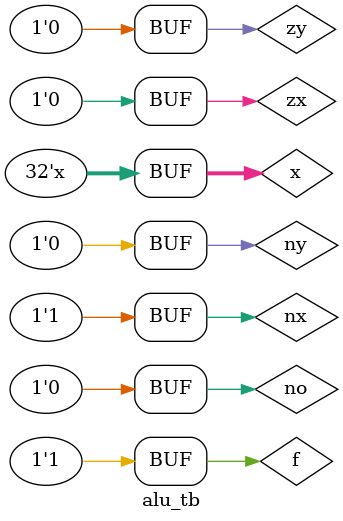
<source format=v>
module alu_tb();
    
    reg[31:0] x;
    reg zx,nx,zy,ny,f,no;
    wire[15:0] out;
    wire zr,ng;

    initial 
    begin
        zx=1;nx=0;zy=1;ny=0;f=1;no=0;
        x=0;  
    end
    
    always 
    begin
        #5 zx=1;nx=1;zy=1;ny=1;f=1;no=1;
        #5 zx=1;nx=1;zy=1;ny=0;f=1;no=0;
        #5 zx=0;nx=0;zy=1;ny=1;f=0;no=0;
        #5 zx=1;nx=1;zy=0;ny=0;f=0;no=0;
        #5 zx=0;nx=0;zy=1;ny=1;f=0;no=1;
        #5 zx=1;nx=1;zy=0;ny=0;f=0;no=1;
        #5 zx=0;nx=0;zy=1;ny=1;f=1;no=1;
        #5 zx=1;nx=1;zy=0;ny=0;f=1;no=1;
        #5 zx=0;nx=1;zy=1;ny=1;f=1;no=1;
        #5 zx=1;nx=1;zy=0;ny=1;f=1;no=1;
        #5 zx=0;nx=0;zy=1;ny=1;f=1;no=0;
        #5 zx=1;nx=1;zy=0;ny=0;f=1;no=0;
        #5 zx=0;nx=0;zy=0;ny=0;f=1;no=0; 
        #5 zx=0;nx=1;zy=0;ny=0;f=1;no=1;
        #5 zx=0;nx=0;zy=0;ny=1;f=1;no=1;
        #5 zx=0;nx=0;zy=0;ny=0;f=0;no=0;
        #5 zx=0;nx=1;zy=0;ny=1;f=0;no=1;
        #5 x=x+1;
        #5 zx=0;nx=1;zy=0;ny=0;f=1;no=0;
        
    end
        
    alu a(out,zr,ng,zx,nx,zy,ny,f,no,x[15:0],x[31:16]);
 
    
endmodule

</source>
